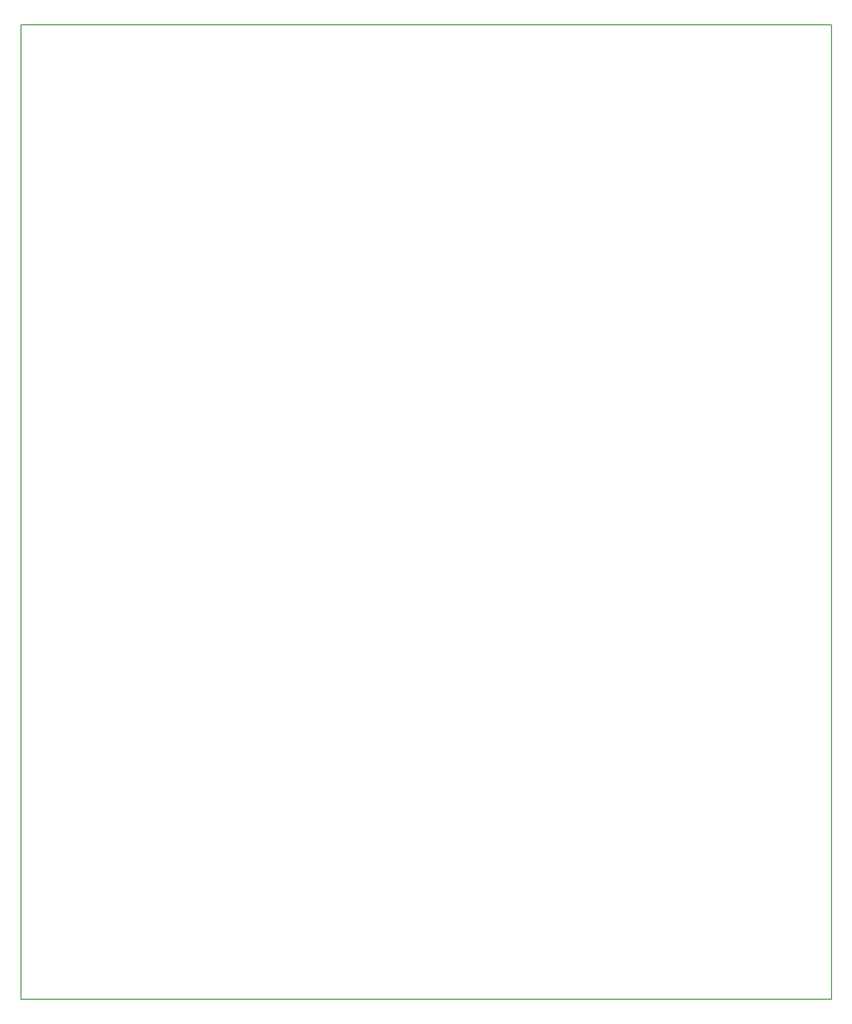
<source format=gbr>
G04 PROTEUS GERBER X2 FILE*
%TF.GenerationSoftware,Labcenter,Proteus,8.13-SP0-Build31525*%
%TF.CreationDate,2025-10-26T19:34:57+00:00*%
%TF.FileFunction,NonPlated,1,2,NPTH*%
%TF.FilePolarity,Positive*%
%TF.Part,Single*%
%TF.SameCoordinates,{9d0e3b42-97eb-446b-a350-d4abe811863b}*%
%FSLAX45Y45*%
%MOMM*%
G01*
%TA.AperFunction,Profile*%
%ADD23C,0.203200*%
%TD.AperFunction*%
D23*
X-600000Y-15100000D02*
X+13800000Y-15100000D01*
X+13800000Y+2200000D01*
X-600000Y+2200000D01*
X-600000Y-15100000D01*
M02*

</source>
